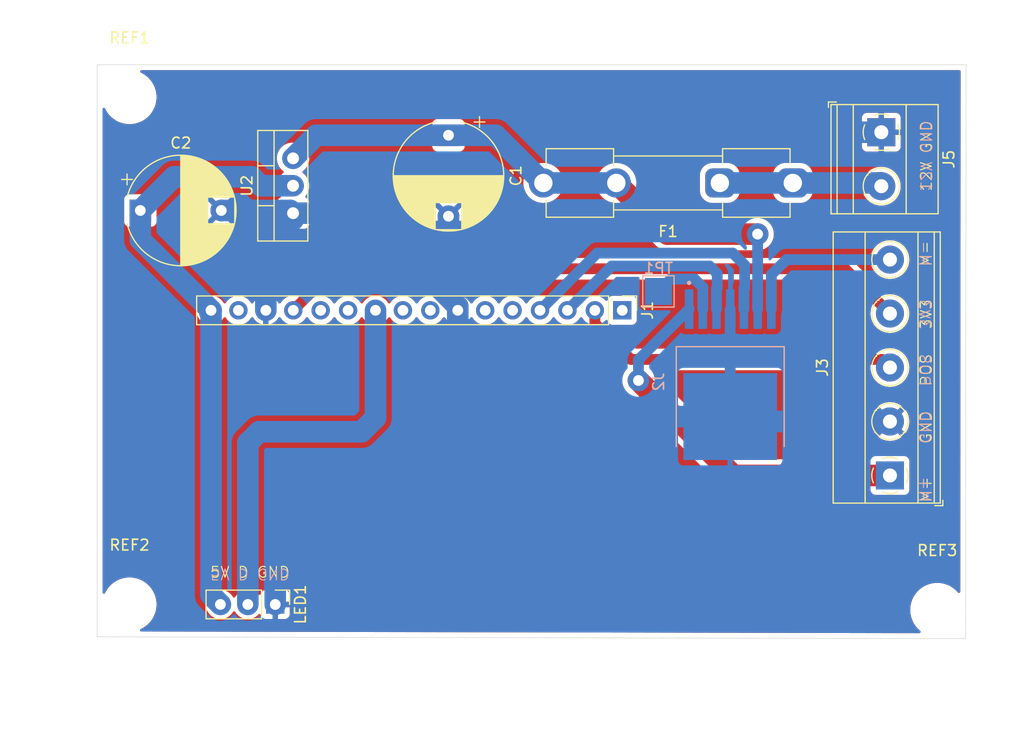
<source format=kicad_pcb>
(kicad_pcb
	(version 20240108)
	(generator "pcbnew")
	(generator_version "8.0")
	(general
		(thickness 1.6)
		(legacy_teardrops no)
	)
	(paper "A4")
	(layers
		(0 "F.Cu" signal)
		(31 "B.Cu" signal)
		(32 "B.Adhes" user "B.Adhesive")
		(33 "F.Adhes" user "F.Adhesive")
		(34 "B.Paste" user)
		(35 "F.Paste" user)
		(36 "B.SilkS" user "B.Silkscreen")
		(37 "F.SilkS" user "F.Silkscreen")
		(38 "B.Mask" user)
		(39 "F.Mask" user)
		(40 "Dwgs.User" user "User.Drawings")
		(41 "Cmts.User" user "User.Comments")
		(42 "Eco1.User" user "User.Eco1")
		(43 "Eco2.User" user "User.Eco2")
		(44 "Edge.Cuts" user)
		(45 "Margin" user)
		(46 "B.CrtYd" user "B.Courtyard")
		(47 "F.CrtYd" user "F.Courtyard")
		(48 "B.Fab" user)
		(49 "F.Fab" user)
		(50 "User.1" user)
		(51 "User.2" user)
		(52 "User.3" user)
		(53 "User.4" user)
		(54 "User.5" user)
		(55 "User.6" user)
		(56 "User.7" user)
		(57 "User.8" user)
		(58 "User.9" user)
	)
	(setup
		(pad_to_mask_clearance 0)
		(allow_soldermask_bridges_in_footprints no)
		(pcbplotparams
			(layerselection 0x00010fc_fffffffe)
			(plot_on_all_layers_selection 0x0000000_00000000)
			(disableapertmacros no)
			(usegerberextensions no)
			(usegerberattributes yes)
			(usegerberadvancedattributes yes)
			(creategerberjobfile yes)
			(dashed_line_dash_ratio 12.000000)
			(dashed_line_gap_ratio 3.000000)
			(svgprecision 4)
			(plotframeref no)
			(viasonmask no)
			(mode 1)
			(useauxorigin no)
			(hpglpennumber 1)
			(hpglpenspeed 20)
			(hpglpendiameter 15.000000)
			(pdf_front_fp_property_popups yes)
			(pdf_back_fp_property_popups yes)
			(dxfpolygonmode yes)
			(dxfimperialunits yes)
			(dxfusepcbnewfont yes)
			(psnegative no)
			(psa4output no)
			(plotreference yes)
			(plotvalue yes)
			(plotfptext yes)
			(plotinvisibletext no)
			(sketchpadsonfab no)
			(subtractmaskfromsilk no)
			(outputformat 1)
			(mirror no)
			(drillshape 0)
			(scaleselection 1)
			(outputdirectory "gerber/")
		)
	)
	(net 0 "")
	(net 1 "unconnected-(J1-Pin_5-Pad5)")
	(net 2 "12V")
	(net 3 "IN2")
	(net 4 "unconnected-(J1-Pin_6-Pad6)")
	(net 5 "unconnected-(J1-Pin_15-Pad15)")
	(net 6 "IN1")
	(net 7 "unconnected-(J1-Pin_8-Pad8)")
	(net 8 "unconnected-(J1-Pin_11-Pad11)")
	(net 9 "GND")
	(net 10 "3V3")
	(net 11 "5V")
	(net 12 "unconnected-(J1-Pin_12-Pad12)")
	(net 13 "unconnected-(J1-Pin_1-Pad1)")
	(net 14 "LED")
	(net 15 "unconnected-(J1-Pin_9-Pad9)")
	(net 16 "POSITION")
	(net 17 "M+")
	(net 18 "FAULT")
	(net 19 "M-")
	(net 20 "Net-(J5-Pin_2)")
	(footprint "TerminalBlock_Phoenix:TerminalBlock_Phoenix_MKDS-1,5-2_1x02_P5.00mm_Horizontal" (layer "F.Cu") (at 104.15 18.25 -90))
	(footprint "MountingHole:MountingHole_4.5mm" (layer "F.Cu") (at 109.331048 62.502459))
	(footprint "MountingHole:MountingHole_4.5mm" (layer "F.Cu") (at 34.5 15))
	(footprint "Connector_PinHeader_2.54mm:PinHeader_1x03_P2.54mm_Vertical" (layer "F.Cu") (at 48 62 -90))
	(footprint "Capacitor_THT:CP_Radial_D10.0mm_P7.50mm" (layer "F.Cu") (at 35.5 25.5))
	(footprint "Capacitor_THT:CP_Radial_D10.0mm_P7.50mm" (layer "F.Cu") (at 64.05 18.532323 -90))
	(footprint "MountingHole:MountingHole_4.5mm" (layer "F.Cu") (at 34.5 62))
	(footprint "Connector_PinHeader_2.54mm:PinHeader_1x16_P2.54mm_Vertical" (layer "F.Cu") (at 80.15 34.75 -90))
	(footprint "Package_TO_SOT_THT:TO-220-3_Vertical" (layer "F.Cu") (at 49.65 25.75 90))
	(footprint "Fuse:Fuseholder_Clip-5x20mm_Keystone_3517_Inline_P23.11x6.76mm_D1.70mm_Horizontal" (layer "F.Cu") (at 95.95 22.95 180))
	(footprint "TerminalBlock_Phoenix:TerminalBlock_Phoenix_MKDS-1,5-5_1x05_P5.00mm_Horizontal" (layer "F.Cu") (at 104.95 50.05 90))
	(footprint "tle5205:DPAK127P1500X440-8N" (layer "B.Cu") (at 90.15 40.7075 -90))
	(footprint "TestPoint:TestPoint_Pad_2.5x2.5mm" (layer "B.Cu") (at 83.5 33 180))
	(gr_line
		(start 31.5 65)
		(end 31.5 12)
		(stroke
			(width 0.05)
			(type default)
		)
		(layer "Edge.Cuts")
		(uuid "4cf0ab25-0cee-483f-8003-25bf2e0a7c74")
	)
	(gr_line
		(start 112 12)
		(end 111.960538 65.169142)
		(stroke
			(width 0.05)
			(type default)
		)
		(layer "Edge.Cuts")
		(uuid "575e70c3-938a-431f-a3ac-46aaf531c19f")
	)
	(gr_line
		(start 31.5 12)
		(end 112 12)
		(stroke
			(width 0.05)
			(type default)
		)
		(layer "Edge.Cuts")
		(uuid "b82d2789-013f-4337-aedc-67e23a13a769")
	)
	(gr_line
		(start 111.960538 65.169142)
		(end 31.5 65)
		(stroke
			(width 0.05)
			(type default)
		)
		(layer "Edge.Cuts")
		(uuid "d7aa7f46-34ed-4ff5-bc70-69b7d4f853d7")
	)
	(gr_text "M+    GND   POS   3V3    M-\n"
		(at 107.55 52.61 -90)
		(layer "B.SilkS")
		(uuid "4824e653-7675-4334-bd32-17516e6096b2")
		(effects
			(font
				(size 1 1)
				(thickness 0.1)
			)
			(justify left bottom mirror)
		)
	)
	(gr_text "12V GND"
		(at 107.7 23.8 -90)
		(layer "B.SilkS")
		(uuid "87bc9073-5d59-41a0-b478-afcf57633b55")
		(effects
			(font
				(size 1 1)
				(thickness 0.1)
			)
			(justify left bottom mirror)
		)
	)
	(gr_text "5V D GND\n"
		(at 41.9 58.6 180)
		(layer "B.SilkS")
		(uuid "e7ac5bba-0418-439e-8d58-d6e73b83cb7c")
		(effects
			(font
				(size 1 1)
				(thickness 0.1)
			)
			(justify left bottom mirror)
		)
	)
	(gr_text "5V D GND\n"
		(at 41.9 59.6 0)
		(layer "F.SilkS")
		(uuid "342e2a15-e9ba-4ea1-ad48-5636f81e6e26")
		(effects
			(font
				(size 1 1)
				(thickness 0.1)
			)
			(justify left bottom)
		)
	)
	(gr_text "12V GND"
		(at 108.9 23.8 90)
		(layer "F.SilkS")
		(uuid "77bf93f5-1de2-4adc-a4ea-75206348d95c")
		(effects
			(font
				(size 1 1)
				(thickness 0.1)
			)
			(justify left bottom)
		)
	)
	(gr_text "M+    GND   POS   3V3    M-\n"
		(at 108.9 52.61 90)
		(layer "F.SilkS")
		(uuid "ceeb9ee0-183c-460d-8a8c-114d1c7cc0bf")
		(effects
			(font
				(size 1 1)
				(thickness 0.1)
			)
			(justify left bottom)
		)
	)
	(segment
		(start 79.6 22.95)
		(end 84.34 27.69)
		(width 2)
		(layer "F.Cu")
		(net 2)
		(uuid "43c3d5a4-69d8-4c9c-bd87-7532189059f0")
	)
	(segment
		(start 84.34 27.69)
		(end 92.69 27.69)
		(width 2)
		(layer "F.Cu")
		(net 2)
		(uuid "a95c7ce4-49c8-489e-af87-fd7b5b1a05bc")
	)
	(via
		(at 92.69 27.69)
		(size 2)
		(drill 1)
		(layers "F.Cu" "B.Cu")
		(net 2)
		(uuid "2b9d279c-d424-4b34-8991-1feee403c7d8")
	)
	(segment
		(start 51.787677 18.532323)
		(end 49.65 20.67)
		(width 2)
		(layer "B.Cu")
		(net 2)
		(uuid "0ef6044d-2508-45d5-bbc2-ff2875192a11")
	)
	(segment
		(start 92.69 27.69)
		(end 92.69 34.6375)
		(width 1)
		(layer "B.Cu")
		(net 2)
		(uuid "726f0ca9-4cd6-4e48-b90b-93d75004fb3d")
	)
	(segment
		(start 68.422323 18.532323)
		(end 72.84 22.95)
		(width 2)
		(layer "B.Cu")
		(net 2)
		(uuid "7be9822f-8bd0-487d-a1ec-75b577e5c10e")
	)
	(segment
		(start 64.05 18.532323)
		(end 68.422323 18.532323)
		(width 2)
		(layer "B.Cu")
		(net 2)
		(uuid "86f8a733-eeb7-47cc-afc6-410fa601c264")
	)
	(segment
		(start 64.05 18.532323)
		(end 51.787677 18.532323)
		(width 2)
		(layer "B.Cu")
		(net 2)
		(uuid "ad6edcd6-71fb-4e1d-829c-56d39a5aa57b")
	)
	(segment
		(start 79.6 22.95)
		(end 72.84 22.95)
		(width 2)
		(layer "B.Cu")
		(net 2)
		(uuid "b324d845-e0c7-46a7-ba5a-4d6d772dba04")
	)
	(segment
		(start 91.49 30.55)
		(end 91.49 32.661638)
		(width 1)
		(layer "B.Cu")
		(net 3)
		(uuid "4d07d601-6ef8-4d8c-8639-b2c82ad904ed")
	)
	(segment
		(start 72.53 34.75)
		(end 77.83 29.45)
		(width 1)
		(layer "B.Cu")
		(net 3)
		(uuid "7656555f-9313-4265-b13b-c4660f309032")
	)
	(segment
		(start 90.39 29.45)
		(end 91.49 30.55)
		(width 1)
		(layer "B.Cu")
		(net 3)
		(uuid "7a2d82e0-ed6f-4a91-8225-a2ecb9332c4b")
	)
	(segment
		(start 91.42 32.731638)
		(end 91.42 34.6375)
		(width 1)
		(layer "B.Cu")
		(net 3)
		(uuid "85c78a4a-52e8-46c7-a1dc-ce84ee1ba44c")
	)
	(segment
		(start 77.83 29.45)
		(end 90.39 29.45)
		(width 1)
		(layer "B.Cu")
		(net 3)
		(uuid "a1fdbc1f-121f-4cf1-9dbc-7137cfa4b208")
	)
	(segment
		(start 91.49 32.661638)
		(end 91.42 32.731638)
		(width 1)
		(layer "B.Cu")
		(net 3)
		(uuid "a442ab46-7e45-4f72-97d1-cba290b03127")
	)
	(segment
		(start 88.95 31.35)
		(end 88.95 32.661638)
		(width 1)
		(layer "B.Cu")
		(net 6)
		(uuid "0e7f16df-ff77-499c-a951-08bc987d23e9")
	)
	(segment
		(start 75.07 34.75)
		(end 79.17 30.65)
		(width 1)
		(layer "B.Cu")
		(net 6)
		(uuid "4298a5e2-e868-4388-84dc-0260183acd58")
	)
	(segment
		(start 88.88 32.731638)
		(end 88.88 34.6375)
		(width 1)
		(layer "B.Cu")
		(net 6)
		(uuid "45797caa-26a2-4191-b1d9-209b85878393")
	)
	(segment
		(start 88.95 32.661638)
		(end 88.88 32.731638)
		(width 1)
		(layer "B.Cu")
		(net 6)
		(uuid "81e361ed-645f-4d85-b26d-17fb6a06227e")
	)
	(segment
		(start 88.25 30.65)
		(end 88.95 31.35)
		(width 1)
		(layer "B.Cu")
		(net 6)
		(uuid "c478d322-0811-4ad7-9aec-c00784a2cee9")
	)
	(segment
		(start 79.17 30.65)
		(end 88.25 30.65)
		(width 1)
		(layer "B.Cu")
		(net 6)
		(uuid "fee94862-9154-40e2-84e2-89a7c81a1fbc")
	)
	(segment
		(start 49.65 26.35)
		(end 47 29)
		(width 2)
		(layer "B.Cu")
		(net 9)
		(uuid "15667550-d9d8-4ba6-950b-a9b60a9ac434")
	)
	(segment
		(start 62.509138 27.45)
		(end 60.239138 29.72)
		(width 2)
		(layer "B.Cu")
		(net 9)
		(uuid "1db2ee03-4972-41b2-a186-97ac271a1103")
	)
	(segment
		(start 47.13 29.13)
		(end 47.13 34.75)
		(width 2)
		(layer "B.Cu")
		(net 9)
		(uuid "20808f9a-937f-4793-933e-493bb1cc33de")
	)
	(segment
		(start 64.05 26.032323)
		(end 64.05 27.25)
		(width 2)
		(layer "B.Cu")
		(net 9)
		(uuid "29e84fe4-7b30-43e6-9936-2fffb9598c71")
	)
	(segment
		(start 63.85 27.45)
		(end 62.509138 27.45)
		(width 2)
		(layer "B.Cu")
		(net 9)
		(uuid "3c5d08c9-9d30-4a78-951a-90e09ebdffd2")
	)
	(segment
		(start 56.269138 25.75)
		(end 60.239138 29.72)
		(width 2)
		(layer "B.Cu")
		(net 9)
		(uuid "4728c8bd-b4ac-40c0-9f5e-25c8b1413ffd")
	)
	(segment
		(start 49.65 25.75)
		(end 49.65 26.35)
		(width 2)
		(layer "B.Cu")
		(net 9)
		(uuid "518ae098-93f4-4193-9c17-6011f9c8f63e")
	)
	(segment
		(start 64.91 34.75)
		(end 64.91 34.390862)
		(width 2)
		(layer "B.Cu")
		(net 9)
		(uuid "5a452e8f-667c-4778-8a29-834e338df073")
	)
	(segment
		(start 48 62)
		(end 48 54)
		(width 2)
		(layer "B.Cu")
		(net 9)
		(uuid "65a78e7b-ccf0-4ab5-a076-82c115628ea5")
	)
	(segment
		(start 80.65 27.45)
		(end 63.85 27.45)
		(width 2)
		(layer "B.Cu")
		(net 9)
		(uuid "88511b37-4494-476d-8aa7-e04b7e526eff")
	)
	(segment
		(start 47 29)
		(end 47.13 29.13)
		(width 2)
		(layer "B.Cu")
		(net 9)
		(uuid "97bcc56a-e7f5-4736-a01c-6dd848a841e4")
	)
	(segment
		(start 104.95 45.05)
		(end 90.6025 45.05)
		(width 2)
		(layer "B.Cu")
		(net 9)
		(uuid "9e8280a5-d46b-4a81-8fae-25c6b15ee2cf")
	)
	(segment
		(start 49.65 25.75)
		(end 56.269138 25.75)
		(width 2)
		(layer "B.Cu")
		(net 9)
		(uuid "a007aa90-46ec-48e4-ab8f-2926de208c4f")
	)
	(segment
		(start 85.15 19.55)
		(end 85.15 22.95)
		(width 2)
		(layer "B.Cu")
		(net 9)
		(uuid "adae7537-e960-4c80-a12c-8cb32a28ce4b")
	)
	(segment
		(start 58.5 49)
		(end 59 49.5)
		(width 2)
		(layer "B.Cu")
		(net 9)
		(uuid "af1b6da5-6e2a-44f0-81d7-75523ec107be")
	)
	(segment
		(start 90.15 34.6375)
		(end 90.15 44.5975)
		(width 1)
		(layer "B.Cu")
		(net 9)
		(uuid "b32b3692-c07f-47b6-8657-d8aecd7be5f0")
	)
	(segment
		(start 85.15 22.95)
		(end 80.65 27.45)
		(width 2)
		(layer "B.Cu")
		(net 9)
		(uuid "b7726531-3088-4408-985c-45ea7818991f")
	)
	(segment
		(start 68.652919 49.5)
		(end 73.555419 44.5975)
		(width 2)
		(layer "B.Cu")
		(net 9)
		(uuid "b7cc2469-1296-4c64-ba7e-766a8a904f94")
	)
	(segment
		(start 53 49)
		(end 58.5 49)
		(width 2)
		(layer "B.Cu")
		(net 9)
		(uuid "bed3681c-0df6-478a-a2dd-bf88b07ad1bd")
	)
	(segment
		(start 59 49.5)
		(end 68.652919 49.5)
		(width 2)
		(layer "B.Cu")
		(net 9)
		(uuid "c86939c2-ea19-4061-ac6e-544d8dd811e2")
	)
	(segment
		(start 64.91 34.390862)
		(end 60.239138 29.72)
		(width 2)
		(layer "B.Cu")
		(net 9)
		(uuid "ca1a0016-0220-4445-80e2-2fd2329c3ac7")
	)
	(segment
		(start 86.45 18.25)
		(end 85.15 19.55)
		(width 2)
		(layer "B.Cu")
		(net 9)
		(uuid "cbcb92a0-c519-4625-a34d-5c27a93a7779")
	)
	(segment
		(start 48 54)
		(end 53 49)
		(width 2)
		(layer "B.Cu")
		(net 9)
		(uuid "cbd01d38-e0d8-4ebb-8710-9ed4b2126ffa")
	)
	(segment
		(start 43 25.5)
		(end 49.4 25.5)
		(width 2)
		(layer "B.Cu")
		(net 9)
		(uuid "cc6f0f3d-5d99-4bbe-aa4e-f3c586fbffbd")
	)
	(segment
		(start 73.555419 44.5975)
		(end 90.15 44.5975)
		(width 2)
		(layer "B.Cu")
		(net 9)
		(uuid "d6ca3655-7c1b-458e-bb11-389995e01baa")
	)
	(segment
		(start 64.05 27.25)
		(end 63.85 27.45)
		(width 2)
		(layer "B.Cu")
		(net 9)
		(uuid "d859fa36-5df1-4b76-a5f5-856dce90991c")
	)
	(segment
		(start 64.91 35.952081)
		(end 73.555419 44.5975)
		(width 2)
		(layer "B.Cu")
		(net 9)
		(uuid "db20e952-d399-4f14-a40e-3a0ad1d2bcb4")
	)
	(segment
		(start 64.91 35.952081)
		(end 64.91 34.75)
		(width 2)
		(layer "B.Cu")
		(net 9)
		(uuid "e7ee1dfe-5793-4345-9c35-d38afdb20b7c")
	)
	(segment
		(start 90.6025 45.05)
		(end 90.15 44.5975)
		(width 2)
		(layer "B.Cu")
		(net 9)
		(uuid "e9e0a697-18a4-4489-b505-cf0911770c50")
	)
	(segment
		(start 49.4 25.5)
		(end 49.65 25.75)
		(width 2)
		(layer "B.Cu")
		(net 9)
		(uuid "ee24e24d-80e4-485b-8cff-63f081a6c174")
	)
	(segment
		(start 104.15 18.25)
		(end 86.45 18.25)
		(width 2)
		(layer "B.Cu")
		(net 9)
		(uuid "fb392f80-5cd4-4fbe-8ab3-70b00e6d2581")
	)
	(segment
		(start 104.95 35.05)
		(end 100.8 30.9)
		(width 1)
		(layer "F.Cu")
		(net 10)
		(uuid "5c73674d-acfd-442b-838d-0a7757012fc4")
	)
	(segment
		(start 100.8 30.9)
		(end 53.52 30.9)
		(width 1)
		(layer "F.Cu")
		(net 10)
		(uuid "77fbd958-9524-45d7-97b1-8678bbc04f71")
	)
	(segment
		(start 53.52 30.9)
		(end 49.67 34.75)
		(width 1)
		(layer "F.Cu")
		(net 10)
		(uuid "a716a864-a995-4bab-bb4b-2e79c9ccdf12")
	)
	(segment
		(start 42.05 61.13)
		(end 42.92 62)
		(width 2)
		(layer "B.Cu")
		(net 11)
		(uuid "2d476c06-4aa1-4a9b-a9a3-eb0b8cbf00a6")
	)
	(segment
		(start 41.92 34.88)
		(end 42.05 34.75)
		(width 2)
		(layer "B.Cu")
		(net 11)
		(uuid "4e772576-1030-4786-987d-adde32a8d27d")
	)
	(segment
		(start 45.822323 22.382323)
		(end 38.617677 22.382323)
		(width 2)
		(layer "B.Cu")
		(net 11)
		(uuid "4e86b1f5-4cdf-461b-aef7-601aa6c573a1")
	)
	(segment
		(start 45.822323 22.382323)
		(end 46.65 23.21)
		(width 2)
		(layer "B.Cu")
		(net 11)
		(uuid "5c2696dc-cff1-4a02-a15f-6e4fd073c2c0")
	)
	(segment
		(start 41.65 34.35)
		(end 41.92 34.62)
		(width 2)
		(layer "B.Cu")
		(net 11)
		(uuid "720fd008-6f1c-4657-9df9-21f5e17e99e6")
	)
	(segment
		(start 35.5 28.2)
		(end 42.05 34.75)
		(width 2)
		(layer "B.Cu")
		(net 11)
		(uuid "a74575be-ea1d-4d32-8fd1-15a2af433759")
	)
	(segment
		(start 42.05 34.75)
		(end 41.65 34.35)
		(width 2)
		(layer "B.Cu")
		(net 11)
		(uuid "af426976-d085-46ae-87c6-dcad03634a96")
	)
	(segment
		(start 35.5 25.5)
		(end 35.5 28.2)
		(width 2)
		(layer "B.Cu")
		(net 11)
		(uuid "b8e9fea8-7f20-4563-8ef2-cd535a961ed7")
	)
	(segment
		(start 42.05 34.75)
		(end 42.05 61.13)
		(width 2)
		(layer "B.Cu")
		(net 11)
		(uuid "bedfcdcb-7714-4b93-a28c-39d356b9ed7b")
	)
	(segment
		(start 49.65 23.21)
		(end 46.65 23.21)
		(width 2)
		(layer "B.Cu")
		(net 11)
		(uuid "c91e1f9a-bcce-4a9f-9fb0-1e080f6ec0c6")
	)
	(segment
		(start 38.617677 22.382323)
		(end 35.5 25.5)
		(width 2)
		(layer "B.Cu")
		(net 11)
		(uuid "f7c3d3fb-9d4d-494a-9ff6-b34f14245d26")
	)
	(segment
		(start 57.29 34.75)
		(end 57.29 44.71)
		(width 2)
		(layer "B.Cu")
		(net 14)
		(uuid "0e32f500-b118-4870-96ea-b5fa98dedcd8")
	)
	(segment
		(start 45.46 47.04)
		(end 46.5 46)
		(width 2)
		(layer "B.Cu")
		(net 14)
		(uuid "2d8f0a22-301b-453d-ae4c-538626ba70b3")
	)
	(segment
		(start 45.46 62)
		(end 45.46 47.04)
		(width 2)
		(layer "B.Cu")
		(net 14)
		(uuid "4f1601dd-c99d-4030-a11c-7d4373b9fda1")
	)
	(segment
		(start 46.5 46)
		(end 56 46)
		(width 2)
		(layer "B.Cu")
		(net 14)
		(uuid "c8bdd268-ad4c-46fc-82ad-18fcd26ebf92")
	)
	(segment
		(start 56 46)
		(end 57.29 44.71)
		(width 2)
		(layer "B.Cu")
		(net 14)
		(uuid "e408c831-39ff-4cb7-adf9-d8a01ebbf856")
	)
	(segment
		(start 77.61 35.952081)
		(end 80.957919 39.3)
		(width 1)
		(layer "F.Cu")
		(net 16)
		(uuid "34de9bcb-15e0-4dfb-96da-edec46c9e35d")
	)
	(segment
		(start 77.61 34.75)
		(end 77.61 35.952081)
		(width 1)
		(layer "F.Cu")
		(net 16)
		(uuid "5b079788-c7f6-412e-9458-c3b528864e3a")
	)
	(segment
		(start 80.957919 39.3)
		(end 104.2 39.3)
		(width 1)
		(layer "F.Cu")
		(net 16)
		(uuid "ce1ae690-53f8-41cf-9581-a84b7f64d272")
	)
	(segment
		(start 104.2 39.3)
		(end 104.95 40.05)
		(width 1)
		(layer "F.Cu")
		(net 16)
		(uuid "f1645879-5e8e-4fc0-a2c6-bc9db7565fb2")
	)
	(segment
		(start 90.45 50.05)
		(end 81.65 41.25)
		(width 2)
		(layer "F.Cu")
		(net 17)
		(uuid "264a2435-8939-4806-8c3e-d19b30cd1bbe")
	)
	(segment
		(start 104.95 50.05)
		(end 90.45 50.05)
		(width 2)
		(layer "F.Cu")
		(net 17)
		(uuid "78193573-4a52-452f-8dfb-52eb6abfa820")
	)
	(via
		(at 81.65 41.25)
		(size 2)
		(drill 1)
		(layers "F.Cu" "B.Cu")
		(free yes)
		(net 17)
		(uuid "933c39ca-b4e3-4c11-a7ce-df722caddfb6")
	)
	(segment
		(start 81.65 41.25)
		(end 81.65 39.3275)
		(width 1)
		(layer "B.Cu")
		(net 17)
		(uuid "a0dde7e7-43f9-4a19-80d9-3a144d371b1a")
	)
	(segment
		(start 81.65 39.3275)
		(end 86.34 34.6375)
		(width 1)
		(layer "B.Cu")
		(net 17)
		(uuid "e903a744-b879-4167-979d-dfc8118c2f0c")
	)
	(segment
		(start 84.65 31.85)
		(end 83.5 33)
		(width 1)
		(layer "B.Cu")
		(net 18)
		(uuid "578a6680-3299-4ad3-94d4-a74eb34221a3")
	)
	(segment
		(start 87.61 32.61)
		(end 86.85 31.85)
		(width 1)
		(layer "B.Cu")
		(net 18)
		(uuid "6b128843-3a13-431c-8230-3208b97089db")
	)
	(segment
		(start 86.85 31.85)
		(end 84.65 31.85)
		(width 1)
		(layer "B.Cu")
		(net 18)
		(uuid "c998dadc-f92d-4757-b205-1dd07365b1eb")
	)
	(segment
		(start 87.61 34.6375)
		(end 87.61 32.61)
		(width 1)
		(layer "B.Cu")
		(net 18)
		(uuid "ed56fd4b-b170-4d36-9a67-9af1cd17147b")
	)
	(segment
		(start 104.95 30.05)
		(end 95.36 30.05)
		(width 1)
		(layer "B.Cu")
		(net 19)
		(uuid "4d81f5a6-62c4-420f-9c98-7a8e7289339b")
	)
	(segment
		(start 93.96 34.6375)
		(end 93.96 31.45)
		(width 1)
		(layer "B.Cu")
		(net 19)
		(uuid "76667ab1-84e2-4e64-87ea-9fa68a8b8bcf")
	)
	(segment
		(start 95.36 30.05)
		(end 93.96 31.45)
		(width 1)
		(layer "B.Cu")
		(net 19)
		(uuid "b9c981c2-8669-4e25-94c1-f13026cb20e8")
	)
	(segment
		(start 89.19 22.95)
		(end 95.95 22.95)
		(width 2)
		(layer "B.Cu")
		(net 20)
		(uuid "36611c49-2c23-4997-856d-ced1bcd5edde")
	)
	(segment
		(start 95.95 22.95)
		(end 103.85 22.95)
		(width 2)
		(layer "B.Cu")
		(net 20)
		(uuid "d0741046-63d3-41d2-8c3a-661992986dfc")
	)
	(segment
		(start 103.85 22.95)
		(end 104.15 23.25)
		(width 2)
		(layer "B.Cu")
		(net 20)
		(uuid "e8f7fec7-1cb8-461d-8c1d-c70bde21496f")
	)
	(zone
		(net 9)
		(net_name "GND")
		(layers "F&B.Cu")
		(uuid "aadf4c3c-7780-40cc-a61e-35c4696c939a")
		(hatch edge 0.5)
		(connect_pads
			(clearance 0.5)
		)
		(min_thickness 0.25)
		(filled_areas_thickness no)
		(fill yes
			(thermal_gap 0.5)
			(thermal_bridge_width 0.5)
		)
		(polygon
			(pts
				(xy 33 6) (xy 42 12.5) (xy 115 8.5) (xy 117 72) (xy 22.5 75.5) (xy 27 11.5)
			)
		)
		(filled_polygon
			(layer "F.Cu")
			(pts
				(xy 111.442075 12.520185) (xy 111.48783 12.572989) (xy 111.499035 12.624591) (xy 111.482386 35.057007)
				(xy 111.463271 60.811411) (xy 111.443537 60.878436) (xy 111.390699 60.924152) (xy 111.321533 60.934044)
				(xy 111.257999 60.904972) (xy 111.242324 60.888632) (xy 111.198464 60.833634) (xy 110.999872 60.635042)
				(xy 110.894177 60.550753) (xy 110.780296 60.459936) (xy 110.542493 60.310514) (xy 110.54249 60.310512)
				(xy 110.289459 60.188659) (xy 110.024377 60.095902) (xy 110.024365 60.095898) (xy 109.75056 60.033404)
				(xy 109.750542 60.033401) (xy 109.471479 60.001959) (xy 109.471473 60.001959) (xy 109.190623 60.001959)
				(xy 109.190616 60.001959) (xy 108.911553 60.033401) (xy 108.911535 60.033404) (xy 108.63773 60.095898)
				(xy 108.637718 60.095902) (xy 108.372636 60.188659) (xy 108.119605 60.310512) (xy 107.881801 60.459935)
				(xy 107.662223 60.635042) (xy 107.463631 60.833634) (xy 107.288524 61.053212) (xy 107.139101 61.291016)
				(xy 107.017248 61.544047) (xy 106.924491 61.809129) (xy 106.924487 61.809141) (xy 106.861993 62.082946)
				(xy 106.86199 62.082964) (xy 106.830548 62.362027) (xy 106.830548 62.64289) (xy 106.86199 62.921953)
				(xy 106.861993 62.921971) (xy 106.924487 63.195776) (xy 106.924491 63.195788) (xy 107.017248 63.46087)
				(xy 107.139101 63.713901) (xy 107.139103 63.713904) (xy 107.288525 63.951707) (xy 107.463632 64.171284)
				(xy 107.662223 64.369875) (xy 107.744372 64.435387) (xy 107.748497 64.438676) (xy 107.788637 64.495864)
				(xy 107.791487 64.565676) (xy 107.756142 64.625946) (xy 107.693823 64.657539) (xy 107.670923 64.659623)
				(xy 35.597933 64.508113) (xy 35.530935 64.488287) (xy 35.485292 64.435387) (xy 35.475494 64.366208)
				(xy 35.504652 64.302713) (xy 35.544393 64.272393) (xy 35.711439 64.191948) (xy 35.711439 64.191947)
				(xy 35.711445 64.191945) (xy 35.949248 64.042523) (xy 36.168825 63.867416) (xy 36.367416 63.668825)
				(xy 36.542523 63.449248) (xy 36.691945 63.211445) (xy 36.813801 62.958408) (xy 36.90656 62.693318)
				(xy 36.969055 62.419509) (xy 37.0005 62.140425) (xy 37.0005 62) (xy 41.564341 62) (xy 41.584936 62.235403)
				(xy 41.584938 62.235413) (xy 41.646094 62.463655) (xy 41.646096 62.463659) (xy 41.646097 62.463663)
				(xy 41.726004 62.635023) (xy 41.745965 62.67783) (xy 41.745967 62.677834) (xy 41.854281 62.832521)
				(xy 41.881505 62.871401) (xy 42.048599 63.038495) (xy 42.125135 63.092086) (xy 42.242165 63.174032)
				(xy 42.242167 63.174033) (xy 42.24217 63.174035) (xy 42.456337 63.273903) (xy 42.684592 63.335063)
				(xy 42.855319 63.35) (xy 42.919999 63.355659) (xy 42.92 63.355659) (xy 42.920001 63.355659) (xy 42.984681 63.35)
				(xy 43.155408 63.335063) (xy 43.383663 63.273903) (xy 43.59783 63.174035) (xy 43.791401 63.038495)
				(xy 43.958495 62.871401) (xy 44.072891 62.708026) (xy 44.088425 62.685842) (xy 44.143002 62.642217)
				(xy 44.2125 62.635023) (xy 44.274855 62.666546) (xy 44.291575 62.685842) (xy 44.4215 62.871395)
				(xy 44.421505 62.871401) (xy 44.588599 63.038495) (xy 44.665135 63.092086) (xy 44.782165 63.174032)
				(xy 44.782167 63.174033) (xy 44.78217 63.174035) (xy 44.996337 63.273903) (xy 45.224592 63.335063)
				(xy 45.395319 63.35) (xy 45.459999 63.355659) (xy 45.46 63.355659) (xy 45.460001 63.355659) (xy 45.524681 63.35)
				(xy 45.695408 63.335063) (xy 45.923663 63.273903) (xy 46.13783 63.174035) (xy 46.331401 63.038495)
				(xy 46.453717 62.916178) (xy 46.515036 62.882696) (xy 46.584728 62.88768) (xy 46.640662 62.929551)
				(xy 46.657577 62.960528) (xy 46.706646 63.092088) (xy 46.706649 63.092093) (xy 46.792809 63.207187)
				(xy 46.792812 63.20719) (xy 46.907906 63.29335) (xy 46.907913 63.293354) (xy 47.04262 63.343596)
				(xy 47.042627 63.343598) (xy 47.102155 63.349999) (xy 47.102172 63.35) (xy 47.75 63.35) (xy 47.75 62.433012)
				(xy 47.807007 62.465925) (xy 47.934174 62.5) (xy 48.065826 62.5) (xy 48.192993 62.465925) (xy 48.25 62.433012)
				(xy 48.25 63.35) (xy 48.897828 63.35) (xy 48.897844 63.349999) (xy 48.957372 63.343598) (xy 48.957379 63.343596)
				(xy 49.092086 63.293354) (xy 49.092093 63.29335) (xy 49.207187 63.20719) (xy 49.20719 63.207187)
				(xy 49.29335 63.092093) (xy 49.293354 63.092086) (xy 49.343596 62.957379) (xy 49.343598 62.957372)
				(xy 49.349999 62.897844) (xy 49.35 62.897827) (xy 49.35 62.25) (xy 48.433012 62.25) (xy 48.465925 62.192993)
				(xy 48.5 62.065826) (xy 48.5 61.934174) (xy 48.465925 61.807007) (xy 48.433012 61.75) (xy 49.35 61.75)
				(xy 49.35 61.102172) (xy 49.349999 61.102155) (xy 49.343598 61.042627) (xy 49.343596 61.04262) (xy 49.293354 60.907913)
				(xy 49.29335 60.907906) (xy 49.20719 60.792812) (xy 49.207187 60.792809) (xy 49.092093 60.706649)
				(xy 49.092086 60.706645) (xy 48.957379 60.656403) (xy 48.957372 60.656401) (xy 48.897844 60.65)
				(xy 48.25 60.65) (xy 48.25 61.566988) (xy 48.192993 61.534075) (xy 48.065826 61.5) (xy 47.934174 61.5)
				(xy 47.807007 61.534075) (xy 47.75 61.566988) (xy 47.75 60.65) (xy 47.102155 60.65) (xy 47.042627 60.656401)
				(xy 47.04262 60.656403) (xy 46.907913 60.706645) (xy 46.907906 60.706649) (xy 46.792812 60.792809)
				(xy 46.792809 60.792812) (xy 46.706649 60.907906) (xy 46.706645 60.907913) (xy 46.657578 61.03947)
				(xy 46.615707 61.095404) (xy 46.550242 61.119821) (xy 46.481969 61.104969) (xy 46.453715 61.083819)
				(xy 46.409366 61.03947) (xy 46.331401 60.961505) (xy 46.331397 60.961502) (xy 46.331396 60.961501)
				(xy 46.137834 60.825967) (xy 46.13783 60.825965) (xy 46.066727 60.792809) (xy 45.923663 60.726097)
				(xy 45.923659 60.726096) (xy 45.923655 60.726094) (xy 45.695413 60.664938) (xy 45.695403 60.664936)
				(xy 45.460001 60.644341) (xy 45.459999 60.644341) (xy 45.224596 60.664936) (xy 45.224586 60.664938)
				(xy 44.996344 60.726094) (xy 44.996335 60.726098) (xy 44.782171 60.825964) (xy 44.782169 60.825965)
				(xy 44.588597 60.961505) (xy 44.421505 61.128597) (xy 44.291575 61.314158) (xy 44.236998 61.357783)
				(xy 44.1675 61.364977) (xy 44.105145 61.333454) (xy 44.088425 61.314158) (xy 43.958494 61.128597)
				(xy 43.791402 60.961506) (xy 43.791395 60.961501) (xy 43.597834 60.825967) (xy 43.59783 60.825965)
				(xy 43.526727 60.792809) (xy 43.383663 60.726097) (xy 43.383659 60.726096) (xy 43.383655 60.726094)
				(xy 43.155413 60.664938) (xy 43.155403 60.664936) (xy 42.920001 60.644341) (xy 42.919999 60.644341)
				(xy 42.684596 60.664936) (xy 42.684586 60.664938) (xy 42.456344 60.726094) (xy 42.456335 60.726098)
				(xy 42.242171 60.825964) (xy 42.242169 60.825965) (xy 42.048597 60.961505) (xy 41.881505 61.128597)
				(xy 41.745965 61.322169) (xy 41.745964 61.322171) (xy 41.646098 61.536335) (xy 41.646094 61.536344)
				(xy 41.584938 61.764586) (xy 41.584936 61.764596) (xy 41.564341 61.999999) (xy 41.564341 62) (xy 37.0005 62)
				(xy 37.0005 61.859575) (xy 36.969055 61.580491) (xy 36.90656 61.306682) (xy 36.813801 61.041592)
				(xy 36.691945 60.788555) (xy 36.542523 60.550752) (xy 36.367416 60.331175) (xy 36.168825 60.132584)
				(xy 35.949248 59.957477) (xy 35.711445 59.808055) (xy 35.711442 59.808053) (xy 35.458411 59.6862)
				(xy 35.193329 59.593443) (xy 35.193317 59.593439) (xy 34.919512 59.530945) (xy 34.919494 59.530942)
				(xy 34.640431 59.4995) (xy 34.640425 59.4995) (xy 34.359575 59.4995) (xy 34.359568 59.4995) (xy 34.080505 59.530942)
				(xy 34.080487 59.530945) (xy 33.806682 59.593439) (xy 33.80667 59.593443) (xy 33.541588 59.6862)
				(xy 33.288557 59.808053) (xy 33.050753 59.957476) (xy 32.831175 60.132583) (xy 32.632583 60.331175)
				(xy 32.457476 60.550753) (xy 32.308053 60.788557) (xy 32.23622 60.937721) (xy 32.189398 60.98958)
				(xy 32.12197 61.007893) (xy 32.055347 60.986845) (xy 32.010678 60.933119) (xy 32.0005 60.883919)
				(xy 32.0005 34.75) (xy 40.694341 34.75) (xy 40.714936 34.985403) (xy 40.714938 34.985413) (xy 40.776094 35.213655)
				(xy 40.776096 35.213659) (xy 40.776097 35.213663) (xy 40.855801 35.384588) (xy 40.875965 35.42783)
				(xy 40.875967 35.427834) (xy 40.984048 35.582188) (xy 41.011505 35.621401) (xy 41.178599 35.788495)
				(xy 41.275384 35.856265) (xy 41.372165 35.924032) (xy 41.372167 35.924033) (xy 41.37217 35.924035)
				(xy 41.586337 36.023903) (xy 41.814592 36.085063) (xy 41.991034 36.1005) (xy 42.049999 36.105659)
				(xy 42.05 36.105659) (xy 42.050001 36.105659) (xy 42.108966 36.1005) (xy 42.285408 36.085063) (xy 42.513663 36.023903)
				(xy 42.72783 35.924035) (xy 42.921401 35.788495) (xy 43.088495 35.621401) (xy 43.218425 35.435842)
				(xy 43.273002 35.392217) (xy 43.3425 35.385023) (xy 43.404855 35.416546) (xy 43.421575 35.435842)
				(xy 43.5515 35.621395) (xy 43.551505 35.621401) (xy 43.718599 35.788495) (xy 43.815384 35.856265)
				(xy 43.912165 35.924032) (xy 43.912167 35.924033) (xy 43.91217 35.924035) (xy 44.126337 36.023903)
				(xy 44.354592 36.085063) (xy 44.531034 36.1005) (xy 44.589999 36.105659) (xy 44.59 36.105659) (xy 44.590001 36.105659)
				(xy 44.648966 36.1005) (xy 44.825408 36.085063) (xy 45.053663 36.023903) (xy 45.26783 35.924035)
				(xy 45.461401 35.788495) (xy 45.628495 35.621401) (xy 45.75873 35.435405) (xy 45.813307 35.391781)
				(xy 45.882805 35.384587) (xy 45.94516 35.41611) (xy 45.961879 35.435405) (xy 46.09189 35.621078)
				(xy 46.258917 35.788105) (xy 46.452421 35.9236) (xy 46.666507 36.023429) (xy 46.666516 36.023433)
				(xy 46.88 36.080634) (xy 46.88 35.183012) (xy 46.937007 35.215925) (xy 47.064174 35.25) (xy 47.195826 35.25)
				(xy 47.322993 35.215925) (xy 47.38 35.183012) (xy 47.38 36.080633) (xy 47.593483 36.023433) (xy 47.593492 36.023429)
				(xy 47.807578 35.9236) (xy 48.001082 35.788105) (xy 48.168105 35.621082) (xy 48.298119 35.435405)
				(xy 48.352696 35.391781) (xy 48.422195 35.384588) (xy 48.484549 35.41611) (xy 48.501269 35.435405)
				(xy 48.631505 35.621401) (xy 48.798599 35.788495) (xy 48.895384 35.856265) (xy 48.992165 35.924032)
				(xy 48.992167 35.924033) (xy 48.99217 35.924035) (xy 49.206337 36.023903) (xy 49.434592 36.085063)
				(xy 49.611034 36.1005) (xy 49.669999 36.105659) (xy 49.67 36.105659) (xy 49.670001 36.105659) (xy 49.728966 36.1005)
				(xy 49.905408 36.085063) (xy 50.133663 36.023903) (xy 50.34783 35.924035) (xy 50.541401 35.788495)
				(xy 50.708495 35.621401) (xy 50.838425 35.435842) (xy 50.893002 35.392217) (xy 50.9625 35.385023)
				(xy 51.024855 35.416546) (xy 51.041575 35.435842) (xy 51.1715 35.621395) (xy 51.171505 35.621401)
				(xy 51.338599 35.788495) (xy 51.435384 35.856265) (xy 51.532165 35.924032) (xy 51.532167 35.924033)
				(xy 51.53217 35.924035) (xy 51.746337 36.023903) (xy 51.974592 36.085063) (xy 52.151034 36.1005)
				(xy 52.209999 36.105659) (xy 52.21 36.105659) (xy 52.210001 36.105659) (xy 52.268966 36.1005) (xy 52.445408 36.085063)
				(xy 52.673663 36.023903) (xy 52.88783 35.924035) (xy 53.081401 35.788495) (xy 53.248495 35.621401)
				(xy 53.378425 35.435842) (xy 53.433002 35.392217) (xy 53.5025 35.385023) (xy 53.564855 35.416546)
				(xy 53.581575 35.435842) (xy 53.7115 35.621395) (xy 53.711505 35.621401) (xy 53.878599 35.788495)
				(xy 53.975384 35.856265) (xy 54.072165 35.924032) (xy 54.072167 35.924033) (xy 54.07217 35.924035)
				(xy 54.286337 36.023903) (xy 54.514592 36.085063) (xy 54.691034 36.1005) (xy 54.749999 36.105659)
				(xy 54.75 36.105659) (xy 54.750001 36.105659) (xy 54.808966 36.1005) (xy 54.985408 36.085063) (xy 55.213663 36.023903)
				(xy 55.42783 35.924035) (xy 55.621401 35.788495) (xy 55.788495 35.621401) (xy 55.918425 35.435842)
				(xy 55.973002 35.392217) (xy 56.0425 35.385023) (xy 56.104855 35.416546) (xy 56.121575 35.435842)
				(xy 56.2515 35.621395) (xy 56.251505 35.621401) (xy 56.418599 35.788495) (xy 56.515384 35.856265)
				(xy 56.612165 35.924032) (xy 56.612167 35.924033) (xy 56.61217 35.924035) (xy 56.826337 36.023903)
				(xy 57.054592 36.085063) (xy 57.231034 36.1005) (xy 57.289999 36.105659) (xy 57.29 36.105659) (xy 57.290001 36.105659)
				(xy 57.348966 36.1005) (xy 57.525408 36.085063) (xy 57.753663 36.023903) (xy 57.96783 35.924035)
				(xy 58.161401 35.788495) (xy 58.328495 35.621401) (xy 58.458425 35.435842) (xy 58.513002 35.392217)
				(xy 58.5825 35.385023) (xy 58.644855 35.416546) (xy 58.661575 35.435842) (xy 58.7915 35.621395)
				(xy 58.791505 35.621401) (xy 58.958599 35.788495) (xy 59.055384 35.856265) (xy 59.152165 35.924032)
				(xy 59.152167 35.924033) (xy 59.15217 35.924035) (xy 59.366337 36.023903) (xy 59.594592 36.085063)
				(xy 59.771034 36.1005) (xy 59.829999 36.105659) (xy 59.83 36.105659) (xy 59.830001 36.105659) (xy 59.888966 36.1005)
				(xy 60.065408 36.085063) (xy 60.293663 36.023903) (xy 60.50783 35.924035) (xy 60.701401 35.788495)
				(xy 60.868495 35.621401) (xy 60.998425 35.435842) (xy 61.053002 35.392217) (xy 61.1225 35.385023)
				(xy 61.184855 35.416546) (xy 61.201575 35.435842) (xy 61.3315 35.621395) (xy 61.331505 35.621401)
				(xy 61.498599 35.788495) (xy 61.595384 35.856265) (xy 61.692165 35.924032) (xy 61.692167 35.924033)
				(xy 61.69217 35.924035) (xy 61.906337 36.023903) (xy 62.134592 36.085063) (xy 62.311034 36.1005)
				(xy 62.369999 36.105659) (xy 62.37 36.105659) (xy 62.370001 36.105659) (xy 62.428966 36.1005) (xy 62.605408 36.085063)
				(xy 62.833663 36.023903) (xy 63.04783 35.924035) (xy 63.241401 35.788495) (xy 63.408495 35.621401)
				(xy 63.53873 35.435405) (xy 63.593307 35.391781) (xy 63.662805 35.384587) (xy 63.72516 35.41611)
				(xy 63.741879 35.435405) (xy 63.87189 35.621078) (xy 64.038917 35.788105) (xy 64.232421 35.9236)
				(xy 64.446507 36.023429) (xy 64.446516 36.023433) (xy 64.66 36.080634) (xy 64.66 35.183012) (xy 64.717007 35.215925)
				(xy 64.844174 35.25) (xy 64.975826 35.25) (xy 65.102993 35.215925) (xy 65.16 35.183012) (xy 65.16 36.080633)
				(xy 65.373483 36.023433) (xy 65.373492 36.023429) (xy 65.587578 35.9236) (xy 65.781082 35.788105)
				(xy 65.948105 35.621082) (xy 66.078119 35.435405) (xy 66.132696 35.391781) (xy 66.202195 35.384588)
				(xy 66.264549 35.41611) (xy 66.281269 35.435405) (xy 66.411505 35.621401) (xy 66.578599 35.788495)
				(xy 66.675384 35.856265) (xy 66.772165 35.924032) (xy 66.772167 35.924033) (xy 66.77217 35.924035)
				(xy 66.986337 36.023903) (xy 67.214592 36.085063) (xy 67.391034 36.1005) (xy 67.449999 36.105659)
				(xy 67.45 36.105659) (xy 67.450001 36.105659) (xy 67.508966 36.1005) (xy 67.685408 36.085063) (xy 67.913663 36.023903)
				(xy 68.12783 35.924035) (xy 68.321401 35.788495) (xy 68.488495 35.621401) (xy 68.618425 35.435842)
				(xy 68.673002 35.392217) (xy 68.7425 35.385023) (xy 68.804855 35.416546) (xy 68.821575 35.435842)
				(xy 68.9515 35.621395) (xy 68.951505 35.621401) (xy 69.118599 35.788495) (xy 69.215384 35.856265)
				(xy 69.312165 35.924032) (xy 69.312167 35.924033) (xy 69.31217 35.924035) (xy 69.526337 36.023903)
				(xy 69.754592 36.085063) (xy 69.931034 36.1005) (xy 69.989999 36.105659) (xy 69.99 36.105659) (xy 69.990001 36.105659)
				(xy 70.048966 36.1005) (xy 70.225408 36.085063) (xy 70.453663 36.023903) (xy 70.66783 35.924035)
				(xy 70.861401 35.788495) (xy 71.028495 35.621401) (xy 71.158425 35.435842) (xy 71.213002 35.392217)
				(xy 71.2825 35.385023) (xy 71.344855 35.416546) (xy 71.361575 35.435842) (xy 71.4915 35.621395)
				(xy 71.491505 35.621401) (xy 71.658599 35.788495) (xy 71.755384 35.856265) (xy 71.852165 35.924032)
				(xy 71.852167 35.924033) (xy 71.85217 35.924035) (xy 72.066337 36.023903) (xy 72.294592 36.085063)
				(xy 72.471034 36.1005) (xy 72.529999 36.105659) (xy 72.53 36.105659) (xy 72.530001 36.105659) (xy 72.588966 36.1005)
				(xy 72.765408 36.085063) (xy 72.993663 36.023903) (xy 73.20783 35.924035) (xy 73.401401 35.788495)
				(xy 73.568495 35.621401) (xy 73.698425 35.435842) (xy 73.753002 35.392217) (xy 73.8225 35.385023)
				(xy 73.884855 35.416546) (xy 73.901575 35.435842) (xy 74.0315 35.621395) (xy 74.031505 35.621401)
				(xy 74.198599 35.788495) (xy 74.295384 35.856265) (xy 74.392165 35.924032) (xy 74.392167 35.924033)
				(xy 74.39217 35.924035) (xy 74.606337 36.023903) (xy 74.834592 36.085063) (xy 75.011034 36.1005)
				(xy 75.069999 36.105659) (xy 75.07 36.105659) (xy 75.070001 36.105659) (xy 75.128966 36.1005) (xy 75.305408 36.085063)
				(xy 75.533663 36.023903) (xy 75.74783 35.924035) (xy 75.941401 35.788495) (xy 76.108495 35.621401)
				(xy 76.238425 35.435842) (xy 76.293002 35.392217) (xy 76.3625 35.385023) (xy 76.424855 35.416546)
				(xy 76.441575 35.435842) (xy 76.571501 35.621396) (xy 76.571506 35.621402) (xy 76.573181 35.623077)
				(xy 76.573682 35.623995) (xy 76.574982 35.625544) (xy 76.57467 35.625805) (xy 76.606666 35.6844)
				(xy 76.6095 35.710758) (xy 76.6095 36.050622) (xy 76.6095 36.050624) (xy 76.609499 36.050624) (xy 76.647947 36.24391)
				(xy 76.64795 36.24392) (xy 76.723364 36.425988) (xy 76.723371 36.426001) (xy 76.832859 36.589861)
				(xy 76.83286 36.589862) (xy 76.832861 36.589863) (xy 76.972218 36.72922) (xy 76.972219 36.72922)
				(xy 76.979286 36.736287) (xy 76.979285 36.736287) (xy 76.979288 36.736289) (xy 80.180779 39.937781)
				(xy 80.18078 39.937782) (xy 80.292993 40.049995) (xy 80.320138 40.07714) (xy 80.320141 40.077142)
				(xy 80.429556 40.150251) (xy 80.474362 40.203863) (xy 80.483069 40.273188) (xy 80.464475 40.321175)
				(xy 80.41588 40.395555) (xy 80.41239 40.400617) (xy 80.366656 40.463565) (xy 80.352711 40.490935)
				(xy 80.346036 40.50246) (xy 80.325826 40.533393) (xy 80.294764 40.604206) (xy 80.291694 40.610688)
				(xy 80.259435 40.673999) (xy 80.259432 40.674009) (xy 80.247859 40.709623) (xy 80.243486 40.721109)
				(xy 80.225939 40.761112) (xy 80.225936 40.761123) (xy 80.208605 40.829557) (xy 80.206331 40.837432)
				(xy 80.186448 40.898625) (xy 80.179536 40.94226) (xy 80.177269 40.953295) (xy 80.164893 41.002171)
				(xy 80.164892 41.002177) (xy 80.164892 41.002179) (xy 80.159615 41.065854) (xy 80.158514 41.074995)
				(xy 80.1495 41.131903) (xy 80.1495 41.182809) (xy 80.149076 41.19305) (xy 80.144357 41.249995) (xy 80.144357 41.250004)
				(xy 80.149076 41.306948) (xy 80.1495 41.317189) (xy 80.1495 41.368096) (xy 80.158514 41.425005)
				(xy 80.159615 41.434147) (xy 80.161894 41.461635) (xy 80.164892 41.497824) (xy 80.17727 41.546703)
				(xy 80.179537 41.557743) (xy 80.186447 41.601369) (xy 80.206332 41.662569) (xy 80.208606 41.670446)
				(xy 80.225935 41.738874) (xy 80.225939 41.738887) (xy 80.243487 41.778892) (xy 80.247862 41.790384)
				(xy 80.25943 41.825989) (xy 80.259432 41.825992) (xy 80.2917 41.889322) (xy 80.294771 41.895807)
				(xy 80.325825 41.966604) (xy 80.325827 41.966607) (xy 80.34604 41.997545) (xy 80.352713 42.009066)
				(xy 80.366658 42.036435) (xy 80.366658 42.036436) (xy 80.412378 42.099364) (xy 80.415867 42.104426)
				(xy 80.461834 42.174783) (xy 80.48231 42.197027) (xy 80.491392 42.208118) (xy 80.505478 42.227505)
				(xy 80.505481 42.227508) (xy 80.505482 42.227509) (xy 80.505483 42.22751) (xy 80.56524 42.287267)
				(xy 80.568765 42.290942) (xy 80.630252 42.357734) (xy 80.630256 42.357738) (xy 80.648791 42.372164)
				(xy 80.66031 42.382337) (xy 89.47249 51.194517) (xy 89.663566 51.333343) (xy 89.790196 51.397864)
				(xy 89.790212 51.397872) (xy 89.874003 51.440566) (xy 89.874005 51.440566) (xy 89.874008 51.440568)
				(xy 89.994412 51.479689) (xy 90.098631 51.513553) (xy 90.331903 51.5505) (xy 90.331908 51.5505)
				(xy 103.11282 51.5505) (xy 103.179859 51.570185) (xy 103.212085 51.600187) (xy 103.292454 51.707546)
				(xy 103.338643 51.742123) (xy 103.407664 51.793793) (xy 103.407671 51.793797) (xy 103.542517 51.844091)
				(xy 103.542516 51.844091) (xy 103.549444 51.844835) (xy 103.602127 51.8505) (xy 106.297872 51.850499)
				(xy 106.357483 51.844091) (xy 106.492331 51.793796) (xy 106.607546 51.707546) (xy 106.693796 51.592331)
				(xy 106.744091 51.457483) (xy 106.7505 51.397873) (xy 106.750499 48.702128) (xy 106.744091 48.642517)
				(xy 106.693796 48.507669) (xy 106.693795 48.507668) (xy 106.693793 48.507664) (xy 106.607547 48.392455)
				(xy 106.607544 48.392452) (xy 106.492335 48.306206) (xy 106.492328 48.306202) (xy 106.357482 48.255908)
				(xy 106.357483 48.255908) (xy 106.297883 48.249501) (xy 106.297881 48.2495) (xy 106.297873 48.2495)
				(xy 106.297864 48.2495) (xy 103.602129 48.2495) (xy 103.602123 48.249501) (xy 103.542516 48.255908)
				(xy 103.407671 48.306202) (xy 103.407664 48.306206) (xy 103.292456 48.392452) (xy 103.292455 48.392453)
				(xy 103.292454 48.392454) (xy 103.212087 48.499811) (xy 103.156153 48.541682) (xy 103.11282 48.5495)
				(xy 91.122889 48.5495) (xy 91.05585 48.529815) (xy 91.035208 48.513181) (xy 87.572031 45.050004)
				(xy 103.144953 45.050004) (xy 103.165113 45.319026) (xy 103.165113 45.319028) (xy 103.225142 45.582033)
				(xy 103.225148 45.582052) (xy 103.323709 45.833181) (xy 103.323708 45.833181) (xy 103.458602 46.066822)
				(xy 103.512294 46.134151) (xy 103.512295 46.134151) (xy 104.348958 45.297488) (xy 104.373978 45.35789)
				(xy 104.445112 45.464351) (xy 104.535649 45.554888) (xy 104.64211 45.626022) (xy 104.70251 45.651041)
				(xy 103.864848 46.488702) (xy 104.047483 46.61322) (xy 104.047485 46.613221) (xy 104.290539 46.730269)
				(xy 104.290537 46.730269) (xy 104.548337 46.80979) (xy 104.548343 46.809792) (xy 104.815101 46.849999)
				(xy 104.81511 46.85) (xy 105.08489 46.85) (xy 105.084898 46.849999) (xy 105.351656 46.809792) (xy 105.351662 46.80979)
				(xy 105.609461 46.730269) (xy 105.852521 46.613218) (xy 106.03515 46.488702) (xy 105.197488 45.651041)
				(xy 105.25789 45.626022) (xy 105.364351 45.554888) (xy 105.454888 45.464351) (xy 105.526022 45.35789)
				(xy 105.551041 45.297488) (xy 106.387703 46.134151) (xy 106.387704 46.13415) (xy 106.441393 46.066828)
				(xy 106.4414 46.066817) (xy 106.57629 45.833181) (xy 106.674851 45.582052) (xy 106.674857 45.582033)
				(xy 106.734886 45.319028) (xy 106.734886 45.319026) (xy 106.755047 45.050004) (xy 106.755047 45.049995)
				(xy 106.734886 44.780973) (xy 106.734886 44.780971) (xy 106.674857 44.517966) (xy 106.674851 44.517947)
				(xy 106.57629 44.266818) (xy 106.576291 44.266818) (xy 106.441397 44.033177) (xy 106.387704 43.965847)
				(xy 105.551041 44.80251) (xy 105.526022 44.74211) (xy 105.454888 44.635649) (xy 105.364351 44.545112)
				(xy 105.25789 44.473978) (xy 105.197488 44.448958) (xy 106.03515 43.611296) (xy 105.852517 43.486779)
				(xy 105.852516 43.486778) (xy 105.60946 43.36973) (xy 105.609462 43.36973) (xy 105.351662 43.290209)
				(xy 105.351656 43.290207) (xy 105.084898 43.25) (xy 104.815101 43.25) (xy 104.548343 43.290207)
				(xy 104.548337 43.290209) (xy 104.290538 43.36973) (xy 104.047485 43.486778) (xy 104.047476 43.486783)
				(xy 103.864848 43.611296) (xy 104.702511 44.448958) (xy 104.64211 44.473978) (xy 104.535649 44.545112)
				(xy 104.445112 44.635649) (xy 104.373978 44.74211) (xy 104.348958 44.80251) (xy 103.512295 43.965848)
				(xy 103.4586 44.03318) (xy 103.323709 44.266818) (xy 103.225148 44.517947) (xy 103.225142 44.517966)
				(xy 103.165113 44.780971) (xy 103.165113 44.780973) (xy 103.144953 45.049995) (xy 103.144953 45.050004)
				(xy 87.572031 45.050004) (xy 83.034208 40.512181) (xy 83.000723 40.450858) (xy 83.005707 40.381166)
				(xy 83.047579 40.325233) (xy 83.113043 40.300816) (xy 83.121889 40.3005) (xy 103.061484 40.3005)
				(xy 103.128523 40.320185) (xy 103.174278 40.372989) (xy 103.182375 40.396907) (xy 103.224664 40.582188)
				(xy 103.224666 40.582195) (xy 103.321749 40.829557) (xy 103.323257 40.833398) (xy 103.458185 41.067102)
				(xy 103.550459 41.182809) (xy 103.626442 41.278089) (xy 103.794653 41.434165) (xy 103.824259 41.461635)
				(xy 104.047226 41.613651) (xy 104.290359 41.730738) (xy 104.548228 41.81028) (xy 104.548229 41.81028)
				(xy 104.548232 41.810281) (xy 104.815063 41.850499) (xy 104.815068 41.850499) (xy 104.815071 41.8505)
				(xy 104.815072 41.8505) (xy 105.084928 41.8505) (xy 105.084929 41.8505) (xy 105.084936 41.850499)
				(xy 105.351767 41.810281) (xy 105.351768 41.81028) (xy 105.351772 41.81028) (xy 105.609641 41.730738)
				(xy 105.852775 41.613651) (xy 106.075741 41.461635) (xy 106.273561 41.278085) (xy 106.441815 41.067102)
				(xy 106.576743 40.833398) (xy 106.675334 40.582195) (xy 106.735383 40.319103) (xy 106.74531 40.186632)
				(xy 106.755549 40.050004) (xy 106.755549 40.049995) (xy 106.735383 39.780898) (xy 106.675335 39.517811)
				(xy 106.675334 39.517805) (xy 106.576743 39.266602) (xy 106.441815 39.032898) (xy 106.273561 38.821915)
				(xy 106.27356 38.821914) (xy 106.273557 38.82191) (xy 106.075741 38.638365) (xy 105.852775 38.486349)
				(xy 105.852771 38.486347) (xy 105.852768 38.486345) (xy 105.852767 38.486344) (xy 105.609643 38.369263)
				(xy 105.609645 38.369263) (xy 105.351773 38.28972) (xy 105.351767 38.289718) (xy 105.084936 38.2495)
				(xy 105.084929 38.2495) (xy 104.815071 38.2495) (xy 104.815063 38.2495) (xy 104.548232 38.289718)
				(xy 104.548222 38.289721) (xy 104.461037 38.316614) (xy 104.400302 38.319741) (xy 104.395193 38.318725)
				(xy 104.395188 38.318724) (xy 104.298544 38.2995) (xy 104.298541 38.2995) (xy 81.423702 38.2995)
				(xy 81.356663 38.279815) (xy 81.336021 38.263181) (xy 79.385019 36.31218) (xy 79.351534 36.250857)
				(xy 79.356518 36.181165) (xy 79.39839 36.125232) (xy 79.463854 36.100815) (xy 79.472675 36.100499)
				(xy 81.047872 36.100499) (xy 81.107483 36.094091) (xy 81.242331 36.043796) (xy 81.357546 35.957546)
				(xy 81.443796 35.842331) (xy 81.494091 35.707483) (xy 81.5005 35.647873) (xy 81.500499 33.852128)
				(xy 81.494091 33.792517) (xy 81.49281 33.789083) (xy 81.443797 33.657671) (xy 81.443793 33.657664)
				(xy 81.357547 33.542455) (xy 81.357544 33.542452) (xy 81.242335 33.456206) (xy 81.242328 33.456202)
				(xy 81.107482 33.405908) (xy 81.107483 33.405908) (xy 81.047883 33.399501) (xy 81.047881 33.3995)
				(xy 81.047873 33.3995) (xy 81.047864 33.3995) (xy 79.252129 33.3995) (xy 79.252123 33.399501) (xy 79.192516 33.405908)
				(xy 79.057671 33.456202) (xy 79.057664 33.456206) (xy 78.942455 33.542452) (xy 78.942452 33.542455)
				(xy 78.856206 33.657664) (xy 78.856203 33.657669) (xy 78.807189 33.789083) (xy 78.765317 33.845016)
				(xy 78.699853 33.869433) (xy 78.63158 33.854581) (xy 78.603326 33.83343) (xy 78.481402 33.711506)
				(xy 78.481395 33.711501) (xy 78.287834 33.575967) (xy 78.28783 33.575965) (xy 78.287828 33.575964)
				(xy 78.073663 33.476097) (xy 78.073659 33.476096) (xy 78.073655 33.476094) (xy 77.845413 33.414938)
				(xy 77.845403 33.414936) (xy 77.610001 33.394341) (xy 77.609999 33.394341) (xy 77.374596 33.414936)
				(xy 77.374586 33.414938) (xy 77.146344 33.476094) (xy 77.146335 33.476098) (xy 76.932171 33.575964)
				(xy 76.932169 33.575965) (xy 76.738597 33.711505) (xy 76.571505 33.878597) (xy 76.441575 34.064158)
				(xy 76.386998 34.107783) (xy 76.3175 34.114977) (xy 76.255145 34.083454) (xy 76.238425 34.064158)
				(xy 76.108494 33.878597) (xy 75.941402 33.711506) (xy 75.941395 33.711501) (xy 75.747834 33.575967)
				(xy 75.74783 33.575965) (xy 75.747828 33.575964) (xy 75.533663 33.476097) (xy 75.533659 33.476096)
				(xy 75.533655 33.476094) (xy 75.305413 33.414938) (xy 75.305403 33.414936) (xy 75.070001 33.394341)
				(xy 75.069999 33.394341) (xy 74.834596 33.414936) (xy 74.834586 33.414938) (xy 74.606344 33.476094)
				(xy 74.606335 33.476098) (xy 74.392171 33.575964) (xy 74.392169 33.575965) (xy 74.198597 33.711505)
				(xy 74.031505 33.878597) (xy 73.901575 34.064158) (xy 73.846998 34.107783) (xy 73.7775 34.114977)
				(xy 73.715145 34.083454) (xy 73.698425 34.064158) (xy 73.568494 33.878597) (xy 73.401402 33.711506)
				(xy 73.401395 33.711501) (xy 73.207834 33.575967) (xy 73.20783 33.575965) (xy 73.207828 33.575964)
				(xy 72.993663 33.476097) (xy 72.993659 33.476096) (xy 72.993655 33.476094) (xy 72.765413 33.414938)
				(xy 72.765403 33.414936) (xy 72.530001 33.394341) (xy 72.529999 33.394341) (xy 72.294596 33.414936)
				(xy 72.294586 33.414938) (xy 72.066344 33.476094) (xy 72.066335 33.476098) (xy 71.852171 33.575964)
				(xy 71.852169 33.575965) (xy 71.658597 33.711505) (xy 71.491505 33.878597) (xy 71.361575 34.064158)
				(xy 71.306998 34.107783) (xy 71.2375 34.114977) (xy 71.175145 34.083454) (xy 71.158425 34.064158)
				(xy 71.028494 33.878597) (xy 70.861402 33.711506) (xy 70.861395 33.711501) (xy 70.667834 33.575967)
				(xy 70.66783 33.575965) (xy 70.667828 33.575964) (xy 70.453663 33.476097) (xy 70.453659 33.476096)
				(xy 70.453655 33.476094) (xy 70.225413 33.414938) (xy 70.225403 33.414936) (xy 69.990001 33.394341)
				(xy 69.989999 33.394341) (xy 69.754596 33.414936) (xy 69.754586 33.414938) (xy 69.526344 33.476094)
				(xy 69.526335 33.476098) (xy 69.312171 33.575964) (xy 69.312169 33.575965) (xy 69.118597 33.711505)
				(xy 68.951505 33.878597) (xy 68.821575 34.064158) (xy 68.766998 34.107783) (xy 68.6975 34.114977)
				(xy 68.635145 34.083454) (xy 68.618425 34.064158) (xy 68.488494 33.878597) (xy 68.321402 33.711506)
				(xy 68.321395 33.711501) (xy 68.127834 33.575967) (xy 68.12783 33.575965) (xy 68.127828 33.575964)
				(xy 67.913663 33.476097) (xy 67.913659 33.476096) (xy 67.913655 33.476094) (xy 67.685413 33.414938)
				(xy 67.685403 33.414936) (xy 67.450001 33.394341) (xy 67.449999 33.394341) (xy 67.214596 33.414936)
				(xy 67.214586 33.414938) (xy 66.986344 33.476094) (xy 66.986335 33.476098) (xy 66.772171 33.575964)
				(xy 66.772169 33.575965) (xy 66.578597 33.711505) (xy 66.411508 33.878594) (xy 66.281269 34.064595)
				(xy 66.226692 34.108219) (xy 66.157193 34.115412) (xy 66.094839 34.08389) (xy 66.078119 34.064594)
				(xy 65.948113 33.878926) (xy 65.948108 33.87892) (xy 65.781082 33.711894) (xy 65.587578 33.576399)
				(xy 65.373492 33.47657) (xy 65.373486 33.476567) (xy 65.16 33.419364) (xy 65.16 34.316988) (xy 65.102993 34.284075)
				(xy 64.975826 34.25) (xy 64.844174 34.25) (xy 64.717007 34.284075) (xy 64.66 34.316988) (xy 64.66 33.419364)
				(xy 64.659999 33.419364) (xy 64.446513 33.476567) (xy 64.446507 33.47657) (xy 64.232422 33.576399)
				(xy 64.23242 33.5764) (xy 64.038926 33.711886) (xy 64.03892 33.711891) (xy 63.871891 33.87892) (xy 63.87189 33.878922)
				(xy 63.74188 34.064595) (xy 63.687303 34.108219) (xy 63.617804 34.115412) (xy 63.55545 34.08389)
				(xy 63.53873 34.064594) (xy 63.408494 33.878597) (xy 63.241402 33.711506) (xy 63.241395 33.711501)
				(xy 63.047834 33.575967) (xy 63.04783 33.575965) (xy 63.047828 33.575964) (xy 62.833663 33.476097)
				(xy 62.833659 33.476096) (xy 62.833655 33.476094) (xy 62.605413 33.414938) (xy 62.605403 33.414936)
				(xy 62.370001 33.394341) (xy 62.369999 33.394341) (xy 62.134596 33.414936) (xy 62.134586 33.414938)
				(xy 61.906344 33.476094) (xy 61.906335 33.476098) (xy 61.692171 33.575964) (xy 61.692169 33.575965)
				(xy 61.498597 33.711505) (xy 61.331505 33.878597) (xy 61.201575 34.064158) (xy 61.146998 34.107783)
				(xy 61.0775 34.114977) (xy 61.015145 34.083454) (xy 60.998425 34.064158) (xy 60.868494 33.878597)
				(xy 60.701402 33.711506) (xy 60.701395 33.711501) (xy 60.507834 33.575967) (xy 60.50783 33.575965)
				(xy 60.507828 33.575964) (xy 60.293663 33.476097) (xy 60.293659 33.476096) (xy 60.293655 33.476094)
				(xy 60.065413 33.414938) (xy 60.065403 33.414936) (xy 59.830001 33.394341) (xy 59.829999 33.394341)
				(xy 59.594596 33.414936) (xy 59.594586 33.414938) (xy 59.366344 33.476094) (xy 59.366335 33.476098)
				(xy 59.152171 33.575964) (xy 59.152169 33.575965) (xy 58.958597 33.711505) (xy 58.791505 33.878597)
				(xy 58.661575 34.064158) (xy 58.606998 34.107783) (xy 58.5375 34.114977) (xy 58.475145 34.083454)
				(xy 58.458425 34.064158) (xy 58.328494 33.878597) (xy 58.161402 33.711506) (xy 58.161395 33.711501)
				(xy 57.967834 33.575967) (xy 57.96783 33.575965) (xy 57.967828 33.575964) (xy 57.753663 33.476097)
				(xy 57.753659 33.476096) (xy 57.753655 33.476094) (xy 57.525413 33.414938) (xy 57.525403 33.414936)
				(xy 57.290001 33.394341) (xy 57.289999 33.394341) (xy 57.054596 33.414936) (xy 57.054586 33.414938)
				(xy 56.826344 33.476094) (xy 56.826335 33.476098) (xy 56.612171 33.575964) (xy 56.612169 33.575965)
				(xy 56.418597 33.711505) (xy 56.251505 33.878597) (xy 56.121575 34.064158) (xy 56.066998 34.107783)
				(xy 55.9975 34.114977) (xy 55.935145 34.083454) (xy 55.918425 34.064158) (xy 55.788494 33.878597)
				(xy 55.621402 33.711506) (xy 55.621395 33.711501) (xy 55.427834 33.575967) (xy 55.42783 33.575965)
				(xy 55.427828 33.575964) (xy 55.213663 33.476097) (xy 55.213659 33.476096) (xy 55.213655 33.476094)
				(xy 54.985413 33.414938) (xy 54.985403 33.414936) (xy 54.750001 33.394341) (xy 54.749999 33.394341)
				(xy 54.514596 33.414936) (xy 54.514586 33.414938) (xy 54.286344 33.476094) (xy 54.286335 33.476098)
				(xy 54.072171 33.575964) (xy 54.072169 33.575965) (xy 53.878597 33.711505) (xy 53.711505 33.878597)
				(xy 53.581575 34.064158) (xy 53.526998 34.107783) (xy 53.4575 34.114977) (xy 53.395145 34.083454)
				(xy 53.378425 34.064158) (xy 53.248494 33.878597) (xy 53.081402 33.711506) (xy 53.081395 33.711501)
				(xy 52.887834 33.575967) (xy 52.88783 33.575965) (xy 52.887828 33.575964) (xy 52.673663 33.476097)
				(xy 52.673658 33.476095) (xy 52.673649 33.476092) (xy 52.63281 33.465149) (xy 52.57315 33.428784)
				(xy 52.542622 33.365936) (xy 52.550917 33.296561) (xy 52.577221 33.257697) (xy 53.898101 31.936819)
				(xy 53.959424 31.903334) (xy 53.985782 31.9005) (xy 100.33421
... [99158 chars truncated]
</source>
